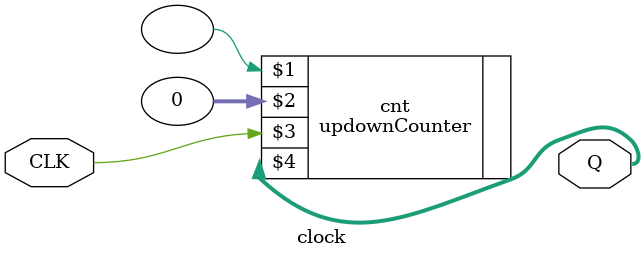
<source format=v>
module clock(CLK, Q);
input CLK;
output [3:0] Q;

updownCounter cnt(, 0, CLK, Q);
endmodule
</source>
